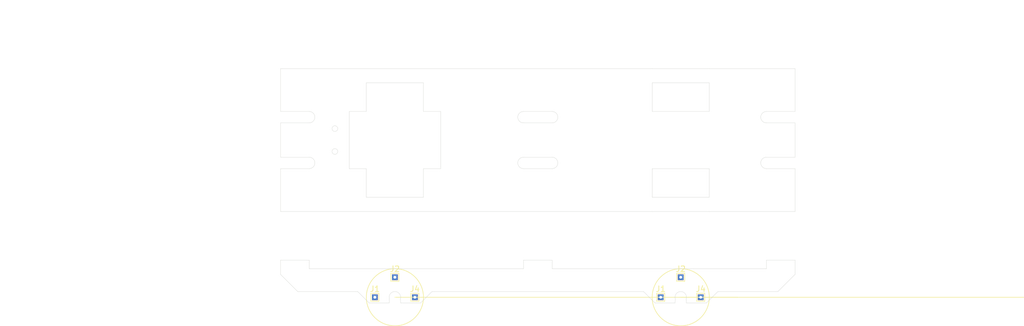
<source format=kicad_pcb>
(kicad_pcb (version 20171130) (host pcbnew "(5.1.2)-2")

  (general
    (thickness 1.6)
    (drawings 137)
    (tracks 0)
    (zones 0)
    (modules 6)
    (nets 2)
  )

  (page A4)
  (layers
    (0 F.Cu signal)
    (31 B.Cu signal)
    (32 B.Adhes user)
    (33 F.Adhes user)
    (34 B.Paste user)
    (35 F.Paste user)
    (36 B.SilkS user)
    (37 F.SilkS user)
    (38 B.Mask user)
    (39 F.Mask user)
    (40 Dwgs.User user)
    (41 Cmts.User user)
    (42 Eco1.User user)
    (43 Eco2.User user)
    (44 Edge.Cuts user)
    (45 Margin user)
    (46 B.CrtYd user)
    (47 F.CrtYd user)
    (48 B.Fab user)
    (49 F.Fab user)
  )

  (setup
    (last_trace_width 0.25)
    (trace_clearance 0.2)
    (zone_clearance 0.508)
    (zone_45_only no)
    (trace_min 0.2)
    (via_size 0.8)
    (via_drill 0.4)
    (via_min_size 0.4)
    (via_min_drill 0.3)
    (uvia_size 0.3)
    (uvia_drill 0.1)
    (uvias_allowed no)
    (uvia_min_size 0.2)
    (uvia_min_drill 0.1)
    (edge_width 0.05)
    (segment_width 0.2)
    (pcb_text_width 0.3)
    (pcb_text_size 1.5 1.5)
    (mod_edge_width 0.12)
    (mod_text_size 1 1)
    (mod_text_width 0.15)
    (pad_size 1.524 1.524)
    (pad_drill 0.762)
    (pad_to_mask_clearance 0.051)
    (solder_mask_min_width 0.25)
    (aux_axis_origin 125 77.5)
    (grid_origin 125 77.5)
    (visible_elements 7FFFFFFF)
    (pcbplotparams
      (layerselection 0x010fc_ffffffff)
      (usegerberextensions false)
      (usegerberattributes false)
      (usegerberadvancedattributes false)
      (creategerberjobfile false)
      (excludeedgelayer true)
      (linewidth 0.100000)
      (plotframeref false)
      (viasonmask false)
      (mode 1)
      (useauxorigin false)
      (hpglpennumber 1)
      (hpglpenspeed 20)
      (hpglpendiameter 15.000000)
      (psnegative false)
      (psa4output false)
      (plotreference true)
      (plotvalue true)
      (plotinvisibletext false)
      (padsonsilk false)
      (subtractmaskfromsilk false)
      (outputformat 1)
      (mirror false)
      (drillshape 1)
      (scaleselection 1)
      (outputdirectory ""))
  )

  (net 0 "")
  (net 1 -VDC)

  (net_class Default "This is the default net class."
    (clearance 0.2)
    (trace_width 0.25)
    (via_dia 0.8)
    (via_drill 0.4)
    (uvia_dia 0.3)
    (uvia_drill 0.1)
    (add_net -VDC)
  )

  (module TestPoint:TestPoint_THTPad_1.0x1.0mm_Drill0.5mm (layer F.Cu) (tedit 5A0F774F) (tstamp 5E3AA94B)
    (at 146.5 105)
    (descr "THT rectangular pad as test Point, square 1.0mm side length, hole diameter 0.5mm")
    (tags "test point THT pad rectangle square")
    (path /5E38783B)
    (attr virtual)
    (fp_text reference J1 (at 0 -1.448) (layer F.SilkS)
      (effects (font (size 1 1) (thickness 0.15)))
    )
    (fp_text value Conn_01x01 (at 0 1.55) (layer F.Fab)
      (effects (font (size 1 1) (thickness 0.15)))
    )
    (fp_text user %R (at 0 -1.45) (layer F.Fab)
      (effects (font (size 1 1) (thickness 0.15)))
    )
    (fp_line (start -0.7 -0.7) (end 0.7 -0.7) (layer F.SilkS) (width 0.12))
    (fp_line (start 0.7 -0.7) (end 0.7 0.7) (layer F.SilkS) (width 0.12))
    (fp_line (start 0.7 0.7) (end -0.7 0.7) (layer F.SilkS) (width 0.12))
    (fp_line (start -0.7 0.7) (end -0.7 -0.7) (layer F.SilkS) (width 0.12))
    (fp_line (start -1 -1) (end 1 -1) (layer F.CrtYd) (width 0.05))
    (fp_line (start -1 -1) (end -1 1) (layer F.CrtYd) (width 0.05))
    (fp_line (start 1 1) (end 1 -1) (layer F.CrtYd) (width 0.05))
    (fp_line (start 1 1) (end -1 1) (layer F.CrtYd) (width 0.05))
    (pad 1 thru_hole rect (at 0 0) (size 1 1) (drill 0.5) (layers *.Cu *.Mask)
      (net 1 -VDC))
    (model I:/Workspace/components/3D/IS_POGO_D15x24_THT.step
      (at (xyz 0 0 0))
      (scale (xyz 1 1 1))
      (rotate (xyz 0 -90 0))
    )
  )

  (module TestPoint:TestPoint_THTPad_1.0x1.0mm_Drill0.5mm (layer F.Cu) (tedit 5A0F774F) (tstamp 5E3AA93E)
    (at 150 101.5)
    (descr "THT rectangular pad as test Point, square 1.0mm side length, hole diameter 0.5mm")
    (tags "test point THT pad rectangle square")
    (path /5E38807A)
    (attr virtual)
    (fp_text reference J2 (at 0 -1.448) (layer F.SilkS)
      (effects (font (size 1 1) (thickness 0.15)))
    )
    (fp_text value Conn_01x01 (at 0 1.55) (layer F.Fab)
      (effects (font (size 1 1) (thickness 0.15)))
    )
    (fp_text user %R (at 0 -1.45) (layer F.Fab)
      (effects (font (size 1 1) (thickness 0.15)))
    )
    (fp_line (start -0.7 -0.7) (end 0.7 -0.7) (layer F.SilkS) (width 0.12))
    (fp_line (start 0.7 -0.7) (end 0.7 0.7) (layer F.SilkS) (width 0.12))
    (fp_line (start 0.7 0.7) (end -0.7 0.7) (layer F.SilkS) (width 0.12))
    (fp_line (start -0.7 0.7) (end -0.7 -0.7) (layer F.SilkS) (width 0.12))
    (fp_line (start -1 -1) (end 1 -1) (layer F.CrtYd) (width 0.05))
    (fp_line (start -1 -1) (end -1 1) (layer F.CrtYd) (width 0.05))
    (fp_line (start 1 1) (end 1 -1) (layer F.CrtYd) (width 0.05))
    (fp_line (start 1 1) (end -1 1) (layer F.CrtYd) (width 0.05))
    (pad 1 thru_hole rect (at 0 0) (size 1 1) (drill 0.5) (layers *.Cu *.Mask)
      (net 1 -VDC))
    (model I:/Workspace/components/3D/IS_POGO_D15x24_THT.step
      (at (xyz 0 0 0))
      (scale (xyz 1 1 1))
      (rotate (xyz 0 -90 0))
    )
  )

  (module TestPoint:TestPoint_THTPad_1.0x1.0mm_Drill0.5mm (layer F.Cu) (tedit 5A0F774F) (tstamp 5E3AA931)
    (at 153.5 105)
    (descr "THT rectangular pad as test Point, square 1.0mm side length, hole diameter 0.5mm")
    (tags "test point THT pad rectangle square")
    (path /5E39CCD9)
    (attr virtual)
    (fp_text reference J4 (at 0 -1.448) (layer F.SilkS)
      (effects (font (size 1 1) (thickness 0.15)))
    )
    (fp_text value Conn_01x01 (at 0 1.55) (layer F.Fab)
      (effects (font (size 1 1) (thickness 0.15)))
    )
    (fp_text user %R (at 0 -1.45) (layer F.Fab)
      (effects (font (size 1 1) (thickness 0.15)))
    )
    (fp_line (start -0.7 -0.7) (end 0.7 -0.7) (layer F.SilkS) (width 0.12))
    (fp_line (start 0.7 -0.7) (end 0.7 0.7) (layer F.SilkS) (width 0.12))
    (fp_line (start 0.7 0.7) (end -0.7 0.7) (layer F.SilkS) (width 0.12))
    (fp_line (start -0.7 0.7) (end -0.7 -0.7) (layer F.SilkS) (width 0.12))
    (fp_line (start -1 -1) (end 1 -1) (layer F.CrtYd) (width 0.05))
    (fp_line (start -1 -1) (end -1 1) (layer F.CrtYd) (width 0.05))
    (fp_line (start 1 1) (end 1 -1) (layer F.CrtYd) (width 0.05))
    (fp_line (start 1 1) (end -1 1) (layer F.CrtYd) (width 0.05))
    (pad 1 thru_hole rect (at 0 0) (size 1 1) (drill 0.5) (layers *.Cu *.Mask)
      (net 1 -VDC))
    (model I:/Workspace/components/3D/IS_POGO_D15x24_THT.step
      (at (xyz 0 0 0))
      (scale (xyz 1 1 1))
      (rotate (xyz 0 -90 0))
    )
  )

  (module TestPoint:TestPoint_THTPad_1.0x1.0mm_Drill0.5mm (layer F.Cu) (tedit 5A0F774F) (tstamp 5E396599)
    (at 103.5 105)
    (descr "THT rectangular pad as test Point, square 1.0mm side length, hole diameter 0.5mm")
    (tags "test point THT pad rectangle square")
    (path /5E39CCD9)
    (attr virtual)
    (fp_text reference J4 (at 0 -1.448) (layer F.SilkS)
      (effects (font (size 1 1) (thickness 0.15)))
    )
    (fp_text value Conn_01x01 (at 0 1.55) (layer F.Fab)
      (effects (font (size 1 1) (thickness 0.15)))
    )
    (fp_line (start 1 1) (end -1 1) (layer F.CrtYd) (width 0.05))
    (fp_line (start 1 1) (end 1 -1) (layer F.CrtYd) (width 0.05))
    (fp_line (start -1 -1) (end -1 1) (layer F.CrtYd) (width 0.05))
    (fp_line (start -1 -1) (end 1 -1) (layer F.CrtYd) (width 0.05))
    (fp_line (start -0.7 0.7) (end -0.7 -0.7) (layer F.SilkS) (width 0.12))
    (fp_line (start 0.7 0.7) (end -0.7 0.7) (layer F.SilkS) (width 0.12))
    (fp_line (start 0.7 -0.7) (end 0.7 0.7) (layer F.SilkS) (width 0.12))
    (fp_line (start -0.7 -0.7) (end 0.7 -0.7) (layer F.SilkS) (width 0.12))
    (fp_text user %R (at 0 -1.45) (layer F.Fab)
      (effects (font (size 1 1) (thickness 0.15)))
    )
    (pad 1 thru_hole rect (at 0 0) (size 1 1) (drill 0.5) (layers *.Cu *.Mask)
      (net 1 -VDC))
    (model I:/Workspace/components/3D/IS_POGO_D15x24_THT.step
      (at (xyz 0 0 0))
      (scale (xyz 1 1 1))
      (rotate (xyz 0 -90 0))
    )
  )

  (module TestPoint:TestPoint_THTPad_1.0x1.0mm_Drill0.5mm (layer F.Cu) (tedit 5A0F774F) (tstamp 5E39657D)
    (at 100 101.5)
    (descr "THT rectangular pad as test Point, square 1.0mm side length, hole diameter 0.5mm")
    (tags "test point THT pad rectangle square")
    (path /5E38807A)
    (attr virtual)
    (fp_text reference J2 (at 0 -1.448) (layer F.SilkS)
      (effects (font (size 1 1) (thickness 0.15)))
    )
    (fp_text value Conn_01x01 (at 0 1.55) (layer F.Fab)
      (effects (font (size 1 1) (thickness 0.15)))
    )
    (fp_line (start 1 1) (end -1 1) (layer F.CrtYd) (width 0.05))
    (fp_line (start 1 1) (end 1 -1) (layer F.CrtYd) (width 0.05))
    (fp_line (start -1 -1) (end -1 1) (layer F.CrtYd) (width 0.05))
    (fp_line (start -1 -1) (end 1 -1) (layer F.CrtYd) (width 0.05))
    (fp_line (start -0.7 0.7) (end -0.7 -0.7) (layer F.SilkS) (width 0.12))
    (fp_line (start 0.7 0.7) (end -0.7 0.7) (layer F.SilkS) (width 0.12))
    (fp_line (start 0.7 -0.7) (end 0.7 0.7) (layer F.SilkS) (width 0.12))
    (fp_line (start -0.7 -0.7) (end 0.7 -0.7) (layer F.SilkS) (width 0.12))
    (fp_text user %R (at 0 -1.45) (layer F.Fab)
      (effects (font (size 1 1) (thickness 0.15)))
    )
    (pad 1 thru_hole rect (at 0 0) (size 1 1) (drill 0.5) (layers *.Cu *.Mask)
      (net 1 -VDC))
    (model I:/Workspace/components/3D/IS_POGO_D15x24_THT.step
      (at (xyz 0 0 0))
      (scale (xyz 1 1 1))
      (rotate (xyz 0 -90 0))
    )
  )

  (module TestPoint:TestPoint_THTPad_1.0x1.0mm_Drill0.5mm (layer F.Cu) (tedit 5A0F774F) (tstamp 5E39656F)
    (at 96.5 105)
    (descr "THT rectangular pad as test Point, square 1.0mm side length, hole diameter 0.5mm")
    (tags "test point THT pad rectangle square")
    (path /5E38783B)
    (attr virtual)
    (fp_text reference J1 (at 0 -1.448) (layer F.SilkS)
      (effects (font (size 1 1) (thickness 0.15)))
    )
    (fp_text value Conn_01x01 (at 0 1.55) (layer F.Fab)
      (effects (font (size 1 1) (thickness 0.15)))
    )
    (fp_line (start 1 1) (end -1 1) (layer F.CrtYd) (width 0.05))
    (fp_line (start 1 1) (end 1 -1) (layer F.CrtYd) (width 0.05))
    (fp_line (start -1 -1) (end -1 1) (layer F.CrtYd) (width 0.05))
    (fp_line (start -1 -1) (end 1 -1) (layer F.CrtYd) (width 0.05))
    (fp_line (start -0.7 0.7) (end -0.7 -0.7) (layer F.SilkS) (width 0.12))
    (fp_line (start 0.7 0.7) (end -0.7 0.7) (layer F.SilkS) (width 0.12))
    (fp_line (start 0.7 -0.7) (end 0.7 0.7) (layer F.SilkS) (width 0.12))
    (fp_line (start -0.7 -0.7) (end 0.7 -0.7) (layer F.SilkS) (width 0.12))
    (fp_text user %R (at 0 -1.45) (layer F.Fab)
      (effects (font (size 1 1) (thickness 0.15)))
    )
    (pad 1 thru_hole rect (at 0 0) (size 1 1) (drill 0.5) (layers *.Cu *.Mask)
      (net 1 -VDC))
    (model I:/Workspace/components/3D/IS_POGO_D15x24_THT.step
      (at (xyz 0 0 0))
      (scale (xyz 1 1 1))
      (rotate (xyz 0 -90 0))
    )
  )

  (gr_circle (center 89.5 79.5) (end 90 79.5) (layer Edge.Cuts) (width 0.05))
  (gr_circle (center 89.5 75.5) (end 90 75.5) (layer Edge.Cuts) (width 0.05))
  (gr_line (start 145 90) (end 155 90) (layer Edge.Cuts) (width 0.05) (tstamp 5E3D5F68))
  (gr_line (start 145 65) (end 155 65) (layer Edge.Cuts) (width 0.05) (tstamp 5E3D5F68))
  (gr_line (start 145 82.5) (end 155 82.5) (layer Edge.Cuts) (width 0.05) (tstamp 5E3D5F68))
  (gr_line (start 145 72.5) (end 155 72.5) (layer Edge.Cuts) (width 0.05) (tstamp 5E3D5F68))
  (gr_line (start 155 72.5) (end 155 67.5) (layer Edge.Cuts) (width 0.05) (tstamp 5E3D5F3F))
  (gr_line (start 155 87.5) (end 155 82.5) (layer Edge.Cuts) (width 0.05) (tstamp 5E3D5F3E))
  (gr_line (start 145 67.5) (end 145 72.5) (layer Edge.Cuts) (width 0.05) (tstamp 5E3D5F3D))
  (gr_line (start 145 82.5) (end 145 87.5) (layer Edge.Cuts) (width 0.05) (tstamp 5E3D5F3C))
  (gr_line (start 155 87.5) (end 145 87.5) (layer Edge.Cuts) (width 0.05) (tstamp 5E3D5F3B))
  (gr_line (start 145 67.5) (end 155 67.5) (layer Edge.Cuts) (width 0.05) (tstamp 5E3D5F3A))
  (gr_line (start 105 82.5) (end 108 82.5) (layer Edge.Cuts) (width 0.05) (tstamp 5E3D5EA6))
  (gr_arc (start 85 81.5) (end 85 82.5) (angle -180) (layer Edge.Cuts) (width 0.05))
  (gr_line (start 105 87.5) (end 95 87.5) (layer Edge.Cuts) (width 0.05))
  (gr_line (start 80 65) (end 80 72.5) (layer Edge.Cuts) (width 0.05) (tstamp 5E396887))
  (gr_line (start 80 90) (end 145 90) (layer Edge.Cuts) (width 0.05))
  (gr_line (start 92 72.5) (end 95 72.5) (layer Edge.Cuts) (width 0.05) (tstamp 5E3D33C8))
  (gr_line (start 95 67.5) (end 105 67.5) (layer Edge.Cuts) (width 0.05) (tstamp 5E3D2FF4))
  (gr_line (start 105 72.5) (end 105 67.5) (layer Edge.Cuts) (width 0.05) (tstamp 5E3D33C5))
  (gr_line (start 105 87.5) (end 105 82.5) (layer Edge.Cuts) (width 0.05))
  (gr_line (start 145 65) (end 80 65) (layer Edge.Cuts) (width 0.05) (tstamp 5E3D3414))
  (gr_line (start 95 67.5) (end 95 72.5) (layer Edge.Cuts) (width 0.05) (tstamp 5E3D33C2))
  (gr_line (start 95 82.5) (end 95 87.5) (layer Edge.Cuts) (width 0.05))
  (gr_line (start 170 72.5) (end 170 65) (layer Edge.Cuts) (width 0.05))
  (gr_line (start 80 82.5) (end 85 82.5) (layer Edge.Cuts) (width 0.05))
  (gr_line (start 85 80.5) (end 80 80.5) (layer Edge.Cuts) (width 0.05))
  (gr_arc (start 122.5 81.5) (end 122.5 80.5) (angle -180) (layer Edge.Cuts) (width 0.05))
  (gr_arc (start 127.5 81.5) (end 127.5 82.5) (angle -180) (layer Edge.Cuts) (width 0.05))
  (gr_arc (start 85 73.5) (end 85 74.5) (angle -180) (layer Edge.Cuts) (width 0.05) (tstamp 5E3AAC01))
  (gr_arc (start 122.5 73.5) (end 122.5 72.5) (angle -180) (layer Edge.Cuts) (width 0.05) (tstamp 5E3AAC02))
  (gr_line (start 122.5 80.5) (end 127.5 80.5) (layer Edge.Cuts) (width 0.05) (tstamp 5E3AAB7D))
  (gr_line (start 170 74.5) (end 170 80.5) (layer Edge.Cuts) (width 0.05) (tstamp 5E3AAC34))
  (gr_line (start 127.5 82.5) (end 122.5 82.5) (layer Edge.Cuts) (width 0.05) (tstamp 5E3AAB80))
  (gr_line (start 170 72.5) (end 165 72.5) (layer Edge.Cuts) (width 0.05) (tstamp 5E3AAC06))
  (gr_line (start 170 90) (end 155 90) (layer Edge.Cuts) (width 0.05) (tstamp 5E3AAC64))
  (gr_line (start 80 82.5) (end 80 90) (layer Edge.Cuts) (width 0.05))
  (gr_line (start 80 74.5) (end 80 80.5) (layer Edge.Cuts) (width 0.05) (tstamp 5E3AAC33))
  (gr_arc (start 165 73.5) (end 165 72.5) (angle -180) (layer Edge.Cuts) (width 0.05) (tstamp 5E3AAC08))
  (gr_line (start 122.5 72.5) (end 127.5 72.5) (layer Edge.Cuts) (width 0.05) (tstamp 5E3AAC04))
  (gr_line (start 127.5 74.5) (end 122.5 74.5) (layer Edge.Cuts) (width 0.05) (tstamp 5E3AAC05))
  (gr_arc (start 127.5 73.5) (end 127.5 74.5) (angle -180) (layer Edge.Cuts) (width 0.05) (tstamp 5E3AAC03))
  (gr_line (start 155 65) (end 170 65) (layer Edge.Cuts) (width 0.05) (tstamp 5E3AAC5E))
  (gr_line (start 165 74.5) (end 170 74.5) (layer Edge.Cuts) (width 0.05) (tstamp 5E3AAC07))
  (gr_line (start 170 80.5) (end 165 80.5) (layer Edge.Cuts) (width 0.05) (tstamp 5E3AABA8))
  (gr_line (start 80 74.5) (end 85 74.5) (layer Edge.Cuts) (width 0.05) (tstamp 5E3AABFF))
  (gr_arc (start 165 81.5) (end 165 80.5) (angle -180) (layer Edge.Cuts) (width 0.05) (tstamp 5E3AABAB))
  (gr_line (start 85 72.5) (end 80 72.5) (layer Edge.Cuts) (width 0.05) (tstamp 5E3AAC00))
  (gr_line (start 170 82.5) (end 170 90) (layer Edge.Cuts) (width 0.05) (tstamp 5E3AABDB))
  (gr_line (start 165 82.5) (end 170 82.5) (layer Edge.Cuts) (width 0.05) (tstamp 5E3AABAA))
  (gr_line (start 105 72.5) (end 108 72.5) (layer Edge.Cuts) (width 0.05))
  (gr_line (start 108 72.5) (end 108 82.5) (layer Edge.Cuts) (width 0.05))
  (gr_line (start 95 82.5) (end 92 82.5) (layer Edge.Cuts) (width 0.05))
  (gr_line (start 92 82.5) (end 92 72.5) (layer Edge.Cuts) (width 0.05) (tstamp 5E3D3166))
  (gr_line (start 165 98.5) (end 165 100) (layer Edge.Cuts) (width 0.05))
  (gr_line (start 170 98.5) (end 165 98.5) (layer Edge.Cuts) (width 0.05))
  (gr_line (start 170 101) (end 170 98.5) (layer Edge.Cuts) (width 0.05))
  (gr_line (start 167 104) (end 170 101) (layer Edge.Cuts) (width 0.05))
  (gr_arc (start 150 105) (end 151 105) (angle -180) (layer Edge.Cuts) (width 0.05) (tstamp 5E3AA92F))
  (gr_arc (start 150 105) (end 149 105) (angle -14.03624347) (layer Edge.Cuts) (width 0.05) (tstamp 5E3AA92E))
  (gr_arc (start 150 105) (end 151 105) (angle 14.03624347) (layer Edge.Cuts) (width 0.05) (tstamp 5E3AA92D))
  (gr_line (start 149.029857 105.242536) (end 149 106) (layer Edge.Cuts) (width 0.05) (tstamp 5E3AA92C))
  (gr_line (start 150.970143 105.242536) (end 151 106) (layer Edge.Cuts) (width 0.05) (tstamp 5E3AA92B))
  (gr_line (start 149 106) (end 145.5 106) (layer Edge.Cuts) (width 0.05) (tstamp 5E3AA92A))
  (gr_line (start 151 106) (end 154.5 106) (layer Edge.Cuts) (width 0.05) (tstamp 5E3AA928))
  (gr_line (start 150 105) (end 210 105) (layer F.SilkS) (width 0.12) (tstamp 5E3AA926))
  (gr_circle (center 150 105) (end 155 105) (layer F.SilkS) (width 0.12) (tstamp 5E3AA925))
  (gr_line (start 156.5 104) (end 167 104) (layer Edge.Cuts) (width 0.05) (tstamp 5E3AA924))
  (gr_line (start 154.5 106) (end 156.5 104) (layer Edge.Cuts) (width 0.05) (tstamp 5E3AA923))
  (gr_line (start 145.5 106) (end 143.5 104) (layer Edge.Cuts) (width 0.05) (tstamp 5E3AA921))
  (gr_line (start 106.5 104) (end 143.5 104) (layer Edge.Cuts) (width 0.05))
  (gr_line (start 104.5 106) (end 106.5 104) (layer Edge.Cuts) (width 0.05))
  (gr_line (start 93.5 104) (end 83 104) (layer Edge.Cuts) (width 0.05))
  (gr_line (start 95.5 106) (end 93.5 104) (layer Edge.Cuts) (width 0.05))
  (gr_line (start 127.5 100) (end 165 100) (layer Edge.Cuts) (width 0.05))
  (gr_line (start 127.5 98.5) (end 127.5 100) (layer Edge.Cuts) (width 0.05))
  (gr_line (start 122.5 98.5) (end 127.5 98.5) (layer Edge.Cuts) (width 0.05))
  (gr_line (start 122.5 100) (end 122.5 98.5) (layer Edge.Cuts) (width 0.05))
  (gr_line (start 85 100) (end 122.5 100) (layer Edge.Cuts) (width 0.05))
  (gr_line (start 85 98.5) (end 85 100) (layer Edge.Cuts) (width 0.05))
  (gr_line (start 80 98.5) (end 85 98.5) (layer Edge.Cuts) (width 0.05))
  (gr_line (start 80 101) (end 80 98.5) (layer Edge.Cuts) (width 0.05))
  (gr_line (start 83 104) (end 80 101) (layer Edge.Cuts) (width 0.05))
  (gr_arc (start 41 70.4) (end 41.4 70.4) (angle -180) (layer Cmts.User) (width 0.15) (tstamp 5E396D2F))
  (gr_line (start 40.4 72.2) (end 41 72.2) (layer Cmts.User) (width 0.15) (tstamp 5E396D2C))
  (gr_line (start 40.4 70.4) (end 40.4 72.2) (layer Cmts.User) (width 0.15) (tstamp 5E396D32))
  (gr_line (start 41.6 70.4) (end 40.4 70.4) (layer Cmts.User) (width 0.15) (tstamp 5E396D35))
  (gr_line (start 41.6 72.2) (end 41.6 70.4) (layer Cmts.User) (width 0.15) (tstamp 5E396D26))
  (gr_line (start 41 72.2) (end 41.6 72.2) (layer Cmts.User) (width 0.15) (tstamp 5E396D23))
  (gr_line (start 35 85) (end 40 85) (layer Dwgs.User) (width 0.15) (tstamp 5E3D2F98))
  (gr_line (start 37 85) (end 37 75) (layer Dwgs.User) (width 0.15) (tstamp 5E396B6C))
  (gr_line (start 38 85) (end 38 75) (layer Dwgs.User) (width 0.15) (tstamp 5E396B6B))
  (gr_line (start 37 89.5) (end 37 87.5) (layer Dwgs.User) (width 0.15) (tstamp 5E3D2F95))
  (gr_line (start 37.5 90) (end 37 89.5) (layer Dwgs.User) (width 0.15) (tstamp 5E3D2F92))
  (gr_line (start 38 89.5) (end 37.5 90) (layer Dwgs.User) (width 0.15) (tstamp 5E3D2F8F))
  (gr_line (start 38 87.5) (end 38 89.5) (layer Dwgs.User) (width 0.15) (tstamp 5E3D2F8C))
  (gr_line (start 43 85.5) (end 43 87.5) (layer Dwgs.User) (width 0.15) (tstamp 5E3D2F89))
  (gr_line (start 44 85.5) (end 43 85.5) (layer Dwgs.User) (width 0.15) (tstamp 5E3D2F86))
  (gr_line (start 44 85) (end 44 85.5) (layer Dwgs.User) (width 0.15) (tstamp 5E3D2F83))
  (gr_line (start 32 87.5) (end 43 87.5) (layer Dwgs.User) (width 0.15) (tstamp 5E3D2F80))
  (gr_line (start 32 85.5) (end 32 87.5) (layer Dwgs.User) (width 0.15) (tstamp 5E3D2F7D))
  (gr_line (start 31 85.5) (end 32 85.5) (layer Dwgs.User) (width 0.15) (tstamp 5E3D2F7A))
  (gr_line (start 31 85) (end 31 85.5) (layer Dwgs.User) (width 0.15) (tstamp 5E3D2F77))
  (gr_line (start 44 85) (end 31 85) (layer Dwgs.User) (width 0.15) (tstamp 5E3D2F74))
  (gr_line (start 40 70) (end 35 70) (layer Dwgs.User) (width 0.15) (tstamp 5E396B4B))
  (gr_line (start 40 71) (end 40 70) (layer Dwgs.User) (width 0.15))
  (gr_line (start 35 71) (end 40 71) (layer Dwgs.User) (width 0.15))
  (gr_line (start 35 70) (end 35 71) (layer Dwgs.User) (width 0.15))
  (dimension 13 (width 0.15) (layer Dwgs.User)
    (gr_text "13.000 mm" (at 37.5 53.7) (layer Dwgs.User)
      (effects (font (size 1 1) (thickness 0.15)))
    )
    (feature1 (pts (xy 44 63) (xy 44 54.413579)))
    (feature2 (pts (xy 31 63) (xy 31 54.413579)))
    (crossbar (pts (xy 31 55) (xy 44 55)))
    (arrow1a (pts (xy 44 55) (xy 42.873496 55.586421)))
    (arrow1b (pts (xy 44 55) (xy 42.873496 54.413579)))
    (arrow2a (pts (xy 31 55) (xy 32.126504 55.586421)))
    (arrow2b (pts (xy 31 55) (xy 32.126504 54.413579)))
  )
  (dimension 11 (width 0.15) (layer Dwgs.User)
    (gr_text "11.000 mm" (at 37.5 56.7) (layer Dwgs.User)
      (effects (font (size 1 1) (thickness 0.15)))
    )
    (feature1 (pts (xy 43 63) (xy 43 57.413579)))
    (feature2 (pts (xy 32 63) (xy 32 57.413579)))
    (crossbar (pts (xy 32 58) (xy 43 58)))
    (arrow1a (pts (xy 43 58) (xy 41.873496 58.586421)))
    (arrow1b (pts (xy 43 58) (xy 41.873496 57.413579)))
    (arrow2a (pts (xy 32 58) (xy 33.126504 58.586421)))
    (arrow2b (pts (xy 32 58) (xy 33.126504 57.413579)))
  )
  (gr_line (start 38 71) (end 38 80) (layer Dwgs.User) (width 0.15))
  (gr_line (start 37 71) (end 37 80) (layer Dwgs.User) (width 0.15))
  (gr_line (start 38 65.5) (end 38 67.5) (layer Dwgs.User) (width 0.15))
  (gr_line (start 37.5 65) (end 38 65.5) (layer Dwgs.User) (width 0.15))
  (gr_line (start 37 65.5) (end 37.5 65) (layer Dwgs.User) (width 0.15))
  (gr_line (start 37 67.5) (end 37 65.5) (layer Dwgs.User) (width 0.15))
  (gr_line (start 32 69.5) (end 32 67.5) (layer Dwgs.User) (width 0.15))
  (gr_line (start 31 69.5) (end 32 69.5) (layer Dwgs.User) (width 0.15))
  (gr_line (start 31 70) (end 31 69.5) (layer Dwgs.User) (width 0.15))
  (gr_line (start 43 67.5) (end 32 67.5) (layer Dwgs.User) (width 0.15))
  (gr_line (start 43 69.5) (end 43 67.5) (layer Dwgs.User) (width 0.15))
  (gr_line (start 44 69.5) (end 43 69.5) (layer Dwgs.User) (width 0.15))
  (gr_line (start 44 70) (end 44 69.5) (layer Dwgs.User) (width 0.15))
  (gr_line (start 31 70) (end 44 70) (layer Dwgs.User) (width 0.15) (tstamp 5E396D29))
  (gr_line (start 51.5 65) (end 50 65) (layer Dwgs.User) (width 0.15) (tstamp 5E396A46))
  (gr_line (start 51.5 90) (end 51.5 65) (layer Dwgs.User) (width 0.15))
  (gr_line (start 50 90) (end 51.5 90) (layer Dwgs.User) (width 0.15))
  (gr_line (start 50 65) (end 50 90) (layer Dwgs.User) (width 0.15))
  (gr_circle (center 100 105) (end 105 105) (layer F.SilkS) (width 0.12))
  (gr_line (start 100 105) (end 160 105) (layer F.SilkS) (width 0.12))
  (gr_line (start 101 106) (end 104.5 106) (layer Edge.Cuts) (width 0.05))
  (gr_line (start 99 106) (end 95.5 106) (layer Edge.Cuts) (width 0.05))
  (gr_line (start 100.970143 105.242536) (end 101 106) (layer Edge.Cuts) (width 0.05))
  (gr_line (start 99.029857 105.242536) (end 99 106) (layer Edge.Cuts) (width 0.05))
  (gr_arc (start 100 105) (end 101 105) (angle 14.03624347) (layer Edge.Cuts) (width 0.05) (tstamp 5E383488))
  (gr_arc (start 100 105) (end 99 105) (angle -14.03624347) (layer Edge.Cuts) (width 0.05))
  (gr_arc (start 100 105) (end 101 105) (angle -180) (layer Edge.Cuts) (width 0.05))

)

</source>
